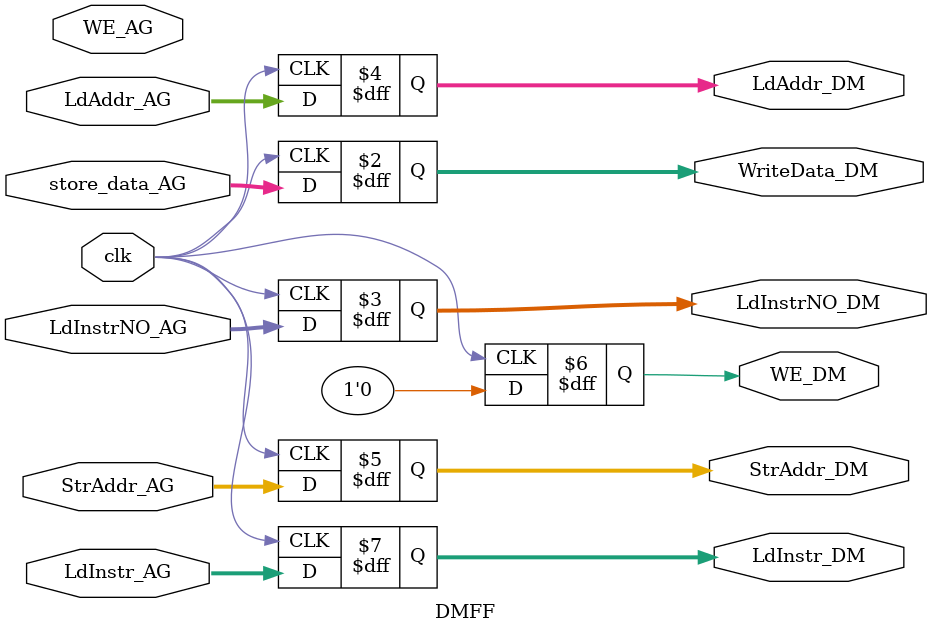
<source format=v>
`timescale 1ns/100ps
module DMFF (
input  wire [31:0] LdInstrNO_AG,
input  wire [31:0] LdAddr_AG,
input  wire [31:0] StrAddr_AG,
input  wire        clk,
input  wire 	   WE_AG,
input  wire [31:0] store_data_AG,
output reg  [31:0] WriteData_DM,
output reg  [31:0] LdInstrNO_DM,
output reg  [31:0] LdAddr_DM,
output reg  [31:0] StrAddr_DM,
output reg 	       WE_DM,
output reg  [31:0] LdInstr_DM ,
input  wire [31:0] LdInstr_AG
);

always@(posedge clk)
begin
	  LdInstrNO_DM = LdInstrNO_AG ;
	  LdAddr_DM    = LdAddr_AG ;
	  StrAddr_DM   = StrAddr_AG ;
	  WE_DM        = WE_AG  ;
	  WriteData_DM = store_data_AG  ;
	  LdInstr_DM   = LdInstr_AG ;
	  #2
	  WE_DM = 1'b0;
end

endmodule

</source>
